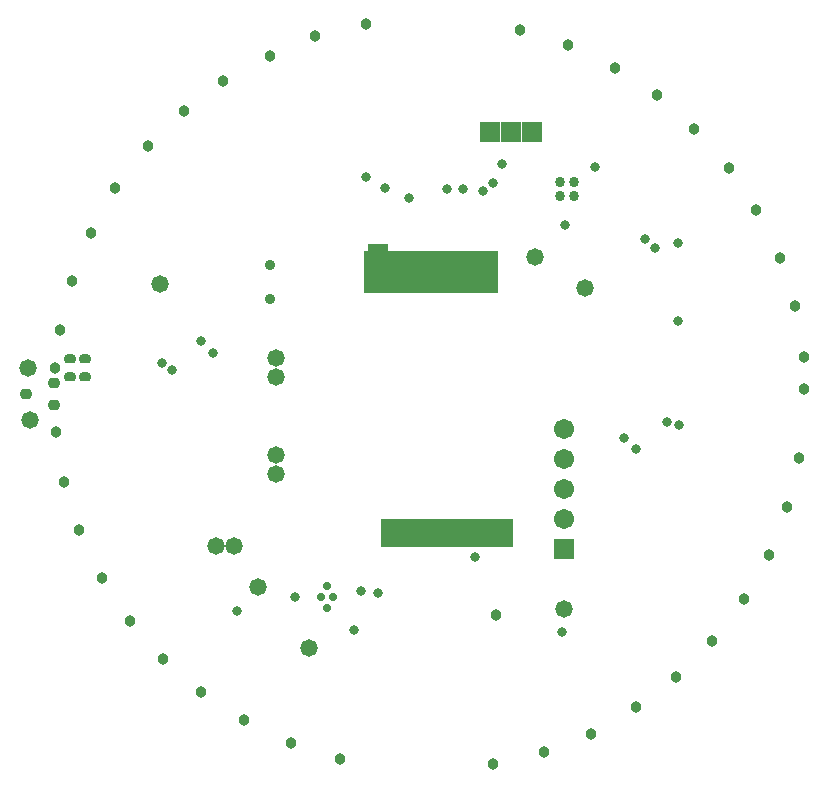
<source format=gbs>
%FSLAX24Y24*%
%MOIN*%
G70*
G01*
G75*
G04 Layer_Color=16711935*
%ADD10C,0.0100*%
%ADD11R,0.0197X0.0433*%
%ADD12R,0.0433X0.0197*%
G04:AMPARAMS|DCode=13|XSize=30mil|YSize=22mil|CornerRadius=5.5mil|HoleSize=0mil|Usage=FLASHONLY|Rotation=180.000|XOffset=0mil|YOffset=0mil|HoleType=Round|Shape=RoundedRectangle|*
%AMROUNDEDRECTD13*
21,1,0.0300,0.0110,0,0,180.0*
21,1,0.0190,0.0220,0,0,180.0*
1,1,0.0110,-0.0095,0.0055*
1,1,0.0110,0.0095,0.0055*
1,1,0.0110,0.0095,-0.0055*
1,1,0.0110,-0.0095,-0.0055*
%
%ADD13ROUNDEDRECTD13*%
G04:AMPARAMS|DCode=14|XSize=55.1mil|YSize=39.4mil|CornerRadius=4.9mil|HoleSize=0mil|Usage=FLASHONLY|Rotation=180.000|XOffset=0mil|YOffset=0mil|HoleType=Round|Shape=RoundedRectangle|*
%AMROUNDEDRECTD14*
21,1,0.0551,0.0295,0,0,180.0*
21,1,0.0453,0.0394,0,0,180.0*
1,1,0.0098,-0.0226,0.0148*
1,1,0.0098,0.0226,0.0148*
1,1,0.0098,0.0226,-0.0148*
1,1,0.0098,-0.0226,-0.0148*
%
%ADD14ROUNDEDRECTD14*%
G04:AMPARAMS|DCode=15|XSize=50mil|YSize=24mil|CornerRadius=6mil|HoleSize=0mil|Usage=FLASHONLY|Rotation=180.000|XOffset=0mil|YOffset=0mil|HoleType=Round|Shape=RoundedRectangle|*
%AMROUNDEDRECTD15*
21,1,0.0500,0.0120,0,0,180.0*
21,1,0.0380,0.0240,0,0,180.0*
1,1,0.0120,-0.0190,0.0060*
1,1,0.0120,0.0190,0.0060*
1,1,0.0120,0.0190,-0.0060*
1,1,0.0120,-0.0190,-0.0060*
%
%ADD15ROUNDEDRECTD15*%
G04:AMPARAMS|DCode=16|XSize=30mil|YSize=22mil|CornerRadius=5.5mil|HoleSize=0mil|Usage=FLASHONLY|Rotation=135.000|XOffset=0mil|YOffset=0mil|HoleType=Round|Shape=RoundedRectangle|*
%AMROUNDEDRECTD16*
21,1,0.0300,0.0110,0,0,135.0*
21,1,0.0190,0.0220,0,0,135.0*
1,1,0.0110,-0.0028,0.0106*
1,1,0.0110,0.0106,-0.0028*
1,1,0.0110,0.0028,-0.0106*
1,1,0.0110,-0.0106,0.0028*
%
%ADD16ROUNDEDRECTD16*%
%ADD17R,0.1102X0.1102*%
%ADD18O,0.0098X0.0354*%
%ADD19O,0.0354X0.0098*%
G04:AMPARAMS|DCode=20|XSize=40mil|YSize=40mil|CornerRadius=10mil|HoleSize=0mil|Usage=FLASHONLY|Rotation=135.000|XOffset=0mil|YOffset=0mil|HoleType=Round|Shape=RoundedRectangle|*
%AMROUNDEDRECTD20*
21,1,0.0400,0.0200,0,0,135.0*
21,1,0.0200,0.0400,0,0,135.0*
1,1,0.0200,0.0000,0.0141*
1,1,0.0200,0.0141,0.0000*
1,1,0.0200,0.0000,-0.0141*
1,1,0.0200,-0.0141,0.0000*
%
%ADD20ROUNDEDRECTD20*%
%ADD21P,0.1893X4X180.0*%
G04:AMPARAMS|DCode=22|XSize=9.8mil|YSize=29.5mil|CornerRadius=0mil|HoleSize=0mil|Usage=FLASHONLY|Rotation=135.000|XOffset=0mil|YOffset=0mil|HoleType=Round|Shape=Round|*
%AMOVALD22*
21,1,0.0197,0.0098,0.0000,0.0000,225.0*
1,1,0.0098,0.0070,0.0070*
1,1,0.0098,-0.0070,-0.0070*
%
%ADD22OVALD22*%

G04:AMPARAMS|DCode=23|XSize=9.8mil|YSize=29.5mil|CornerRadius=0mil|HoleSize=0mil|Usage=FLASHONLY|Rotation=225.000|XOffset=0mil|YOffset=0mil|HoleType=Round|Shape=Round|*
%AMOVALD23*
21,1,0.0197,0.0098,0.0000,0.0000,315.0*
1,1,0.0098,-0.0070,0.0070*
1,1,0.0098,0.0070,-0.0070*
%
%ADD23OVALD23*%

G04:AMPARAMS|DCode=24|XSize=35.4mil|YSize=19.7mil|CornerRadius=2.5mil|HoleSize=0mil|Usage=FLASHONLY|Rotation=170.000|XOffset=0mil|YOffset=0mil|HoleType=Round|Shape=RoundedRectangle|*
%AMROUNDEDRECTD24*
21,1,0.0354,0.0148,0,0,170.0*
21,1,0.0305,0.0197,0,0,170.0*
1,1,0.0049,-0.0137,0.0099*
1,1,0.0049,0.0163,0.0046*
1,1,0.0049,0.0137,-0.0099*
1,1,0.0049,-0.0163,-0.0046*
%
%ADD24ROUNDEDRECTD24*%
G04:AMPARAMS|DCode=25|XSize=15.7mil|YSize=19.7mil|CornerRadius=2mil|HoleSize=0mil|Usage=FLASHONLY|Rotation=170.000|XOffset=0mil|YOffset=0mil|HoleType=Round|Shape=RoundedRectangle|*
%AMROUNDEDRECTD25*
21,1,0.0157,0.0157,0,0,170.0*
21,1,0.0118,0.0197,0,0,170.0*
1,1,0.0039,-0.0044,0.0088*
1,1,0.0039,0.0072,0.0067*
1,1,0.0039,0.0044,-0.0088*
1,1,0.0039,-0.0072,-0.0067*
%
%ADD25ROUNDEDRECTD25*%
G04:AMPARAMS|DCode=26|XSize=35.4mil|YSize=19.7mil|CornerRadius=2.5mil|HoleSize=0mil|Usage=FLASHONLY|Rotation=162.000|XOffset=0mil|YOffset=0mil|HoleType=Round|Shape=RoundedRectangle|*
%AMROUNDEDRECTD26*
21,1,0.0354,0.0148,0,0,162.0*
21,1,0.0305,0.0197,0,0,162.0*
1,1,0.0049,-0.0122,0.0117*
1,1,0.0049,0.0168,0.0023*
1,1,0.0049,0.0122,-0.0117*
1,1,0.0049,-0.0168,-0.0023*
%
%ADD26ROUNDEDRECTD26*%
G04:AMPARAMS|DCode=27|XSize=15.7mil|YSize=19.7mil|CornerRadius=2mil|HoleSize=0mil|Usage=FLASHONLY|Rotation=162.000|XOffset=0mil|YOffset=0mil|HoleType=Round|Shape=RoundedRectangle|*
%AMROUNDEDRECTD27*
21,1,0.0157,0.0157,0,0,162.0*
21,1,0.0118,0.0197,0,0,162.0*
1,1,0.0039,-0.0032,0.0093*
1,1,0.0039,0.0081,0.0057*
1,1,0.0039,0.0032,-0.0093*
1,1,0.0039,-0.0081,-0.0057*
%
%ADD27ROUNDEDRECTD27*%
G04:AMPARAMS|DCode=28|XSize=35.4mil|YSize=19.7mil|CornerRadius=2.5mil|HoleSize=0mil|Usage=FLASHONLY|Rotation=154.000|XOffset=0mil|YOffset=0mil|HoleType=Round|Shape=RoundedRectangle|*
%AMROUNDEDRECTD28*
21,1,0.0354,0.0148,0,0,154.0*
21,1,0.0305,0.0197,0,0,154.0*
1,1,0.0049,-0.0105,0.0133*
1,1,0.0049,0.0169,-0.0001*
1,1,0.0049,0.0105,-0.0133*
1,1,0.0049,-0.0169,0.0001*
%
%ADD28ROUNDEDRECTD28*%
G04:AMPARAMS|DCode=29|XSize=15.7mil|YSize=19.7mil|CornerRadius=2mil|HoleSize=0mil|Usage=FLASHONLY|Rotation=154.000|XOffset=0mil|YOffset=0mil|HoleType=Round|Shape=RoundedRectangle|*
%AMROUNDEDRECTD29*
21,1,0.0157,0.0157,0,0,154.0*
21,1,0.0118,0.0197,0,0,154.0*
1,1,0.0039,-0.0019,0.0097*
1,1,0.0039,0.0088,0.0045*
1,1,0.0039,0.0019,-0.0097*
1,1,0.0039,-0.0088,-0.0045*
%
%ADD29ROUNDEDRECTD29*%
G04:AMPARAMS|DCode=30|XSize=35.4mil|YSize=19.7mil|CornerRadius=2.5mil|HoleSize=0mil|Usage=FLASHONLY|Rotation=146.000|XOffset=0mil|YOffset=0mil|HoleType=Round|Shape=RoundedRectangle|*
%AMROUNDEDRECTD30*
21,1,0.0354,0.0148,0,0,146.0*
21,1,0.0305,0.0197,0,0,146.0*
1,1,0.0049,-0.0085,0.0147*
1,1,0.0049,0.0168,-0.0024*
1,1,0.0049,0.0085,-0.0147*
1,1,0.0049,-0.0168,0.0024*
%
%ADD30ROUNDEDRECTD30*%
G04:AMPARAMS|DCode=31|XSize=15.7mil|YSize=19.7mil|CornerRadius=2mil|HoleSize=0mil|Usage=FLASHONLY|Rotation=146.000|XOffset=0mil|YOffset=0mil|HoleType=Round|Shape=RoundedRectangle|*
%AMROUNDEDRECTD31*
21,1,0.0157,0.0157,0,0,146.0*
21,1,0.0118,0.0197,0,0,146.0*
1,1,0.0039,-0.0005,0.0098*
1,1,0.0039,0.0093,0.0032*
1,1,0.0039,0.0005,-0.0098*
1,1,0.0039,-0.0093,-0.0032*
%
%ADD31ROUNDEDRECTD31*%
G04:AMPARAMS|DCode=32|XSize=35.4mil|YSize=19.7mil|CornerRadius=2.5mil|HoleSize=0mil|Usage=FLASHONLY|Rotation=138.000|XOffset=0mil|YOffset=0mil|HoleType=Round|Shape=RoundedRectangle|*
%AMROUNDEDRECTD32*
21,1,0.0354,0.0148,0,0,138.0*
21,1,0.0305,0.0197,0,0,138.0*
1,1,0.0049,-0.0064,0.0157*
1,1,0.0049,0.0163,-0.0047*
1,1,0.0049,0.0064,-0.0157*
1,1,0.0049,-0.0163,0.0047*
%
%ADD32ROUNDEDRECTD32*%
G04:AMPARAMS|DCode=33|XSize=15.7mil|YSize=19.7mil|CornerRadius=2mil|HoleSize=0mil|Usage=FLASHONLY|Rotation=138.000|XOffset=0mil|YOffset=0mil|HoleType=Round|Shape=RoundedRectangle|*
%AMROUNDEDRECTD33*
21,1,0.0157,0.0157,0,0,138.0*
21,1,0.0118,0.0197,0,0,138.0*
1,1,0.0039,0.0009,0.0098*
1,1,0.0039,0.0097,0.0019*
1,1,0.0039,-0.0009,-0.0098*
1,1,0.0039,-0.0097,-0.0019*
%
%ADD33ROUNDEDRECTD33*%
G04:AMPARAMS|DCode=34|XSize=35.4mil|YSize=19.7mil|CornerRadius=2.5mil|HoleSize=0mil|Usage=FLASHONLY|Rotation=130.000|XOffset=0mil|YOffset=0mil|HoleType=Round|Shape=RoundedRectangle|*
%AMROUNDEDRECTD34*
21,1,0.0354,0.0148,0,0,130.0*
21,1,0.0305,0.0197,0,0,130.0*
1,1,0.0049,-0.0042,0.0164*
1,1,0.0049,0.0155,-0.0069*
1,1,0.0049,0.0042,-0.0164*
1,1,0.0049,-0.0155,0.0069*
%
%ADD34ROUNDEDRECTD34*%
G04:AMPARAMS|DCode=35|XSize=15.7mil|YSize=19.7mil|CornerRadius=2mil|HoleSize=0mil|Usage=FLASHONLY|Rotation=130.000|XOffset=0mil|YOffset=0mil|HoleType=Round|Shape=RoundedRectangle|*
%AMROUNDEDRECTD35*
21,1,0.0157,0.0157,0,0,130.0*
21,1,0.0118,0.0197,0,0,130.0*
1,1,0.0039,0.0022,0.0096*
1,1,0.0039,0.0098,0.0005*
1,1,0.0039,-0.0022,-0.0096*
1,1,0.0039,-0.0098,-0.0005*
%
%ADD35ROUNDEDRECTD35*%
G04:AMPARAMS|DCode=36|XSize=35.4mil|YSize=19.7mil|CornerRadius=2.5mil|HoleSize=0mil|Usage=FLASHONLY|Rotation=122.000|XOffset=0mil|YOffset=0mil|HoleType=Round|Shape=RoundedRectangle|*
%AMROUNDEDRECTD36*
21,1,0.0354,0.0148,0,0,122.0*
21,1,0.0305,0.0197,0,0,122.0*
1,1,0.0049,-0.0018,0.0169*
1,1,0.0049,0.0143,-0.0090*
1,1,0.0049,0.0018,-0.0169*
1,1,0.0049,-0.0143,0.0090*
%
%ADD36ROUNDEDRECTD36*%
G04:AMPARAMS|DCode=37|XSize=15.7mil|YSize=19.7mil|CornerRadius=2mil|HoleSize=0mil|Usage=FLASHONLY|Rotation=122.000|XOffset=0mil|YOffset=0mil|HoleType=Round|Shape=RoundedRectangle|*
%AMROUNDEDRECTD37*
21,1,0.0157,0.0157,0,0,122.0*
21,1,0.0118,0.0197,0,0,122.0*
1,1,0.0039,0.0035,0.0092*
1,1,0.0039,0.0098,-0.0008*
1,1,0.0039,-0.0035,-0.0092*
1,1,0.0039,-0.0098,0.0008*
%
%ADD37ROUNDEDRECTD37*%
G04:AMPARAMS|DCode=38|XSize=35.4mil|YSize=19.7mil|CornerRadius=2.5mil|HoleSize=0mil|Usage=FLASHONLY|Rotation=114.000|XOffset=0mil|YOffset=0mil|HoleType=Round|Shape=RoundedRectangle|*
%AMROUNDEDRECTD38*
21,1,0.0354,0.0148,0,0,114.0*
21,1,0.0305,0.0197,0,0,114.0*
1,1,0.0049,0.0005,0.0169*
1,1,0.0049,0.0129,-0.0109*
1,1,0.0049,-0.0005,-0.0169*
1,1,0.0049,-0.0129,0.0109*
%
%ADD38ROUNDEDRECTD38*%
G04:AMPARAMS|DCode=39|XSize=15.7mil|YSize=19.7mil|CornerRadius=2mil|HoleSize=0mil|Usage=FLASHONLY|Rotation=114.000|XOffset=0mil|YOffset=0mil|HoleType=Round|Shape=RoundedRectangle|*
%AMROUNDEDRECTD39*
21,1,0.0157,0.0157,0,0,114.0*
21,1,0.0118,0.0197,0,0,114.0*
1,1,0.0039,0.0048,0.0086*
1,1,0.0039,0.0096,-0.0022*
1,1,0.0039,-0.0048,-0.0086*
1,1,0.0039,-0.0096,0.0022*
%
%ADD39ROUNDEDRECTD39*%
G04:AMPARAMS|DCode=40|XSize=35.4mil|YSize=19.7mil|CornerRadius=2.5mil|HoleSize=0mil|Usage=FLASHONLY|Rotation=106.000|XOffset=0mil|YOffset=0mil|HoleType=Round|Shape=RoundedRectangle|*
%AMROUNDEDRECTD40*
21,1,0.0354,0.0148,0,0,106.0*
21,1,0.0305,0.0197,0,0,106.0*
1,1,0.0049,0.0029,0.0167*
1,1,0.0049,0.0113,-0.0126*
1,1,0.0049,-0.0029,-0.0167*
1,1,0.0049,-0.0113,0.0126*
%
%ADD40ROUNDEDRECTD40*%
G04:AMPARAMS|DCode=41|XSize=15.7mil|YSize=19.7mil|CornerRadius=2mil|HoleSize=0mil|Usage=FLASHONLY|Rotation=106.000|XOffset=0mil|YOffset=0mil|HoleType=Round|Shape=RoundedRectangle|*
%AMROUNDEDRECTD41*
21,1,0.0157,0.0157,0,0,106.0*
21,1,0.0118,0.0197,0,0,106.0*
1,1,0.0039,0.0059,0.0078*
1,1,0.0039,0.0092,-0.0035*
1,1,0.0039,-0.0059,-0.0078*
1,1,0.0039,-0.0092,0.0035*
%
%ADD41ROUNDEDRECTD41*%
G04:AMPARAMS|DCode=42|XSize=35.4mil|YSize=19.7mil|CornerRadius=2.5mil|HoleSize=0mil|Usage=FLASHONLY|Rotation=98.000|XOffset=0mil|YOffset=0mil|HoleType=Round|Shape=RoundedRectangle|*
%AMROUNDEDRECTD42*
21,1,0.0354,0.0148,0,0,98.0*
21,1,0.0305,0.0197,0,0,98.0*
1,1,0.0049,0.0052,0.0161*
1,1,0.0049,0.0094,-0.0141*
1,1,0.0049,-0.0052,-0.0161*
1,1,0.0049,-0.0094,0.0141*
%
%ADD42ROUNDEDRECTD42*%
G04:AMPARAMS|DCode=43|XSize=15.7mil|YSize=19.7mil|CornerRadius=2mil|HoleSize=0mil|Usage=FLASHONLY|Rotation=98.000|XOffset=0mil|YOffset=0mil|HoleType=Round|Shape=RoundedRectangle|*
%AMROUNDEDRECTD43*
21,1,0.0157,0.0157,0,0,98.0*
21,1,0.0118,0.0197,0,0,98.0*
1,1,0.0039,0.0070,0.0069*
1,1,0.0039,0.0086,-0.0048*
1,1,0.0039,-0.0070,-0.0069*
1,1,0.0039,-0.0086,0.0048*
%
%ADD43ROUNDEDRECTD43*%
G04:AMPARAMS|DCode=44|XSize=35.4mil|YSize=19.7mil|CornerRadius=2.5mil|HoleSize=0mil|Usage=FLASHONLY|Rotation=10.000|XOffset=0mil|YOffset=0mil|HoleType=Round|Shape=RoundedRectangle|*
%AMROUNDEDRECTD44*
21,1,0.0354,0.0148,0,0,10.0*
21,1,0.0305,0.0197,0,0,10.0*
1,1,0.0049,0.0163,-0.0046*
1,1,0.0049,-0.0137,-0.0099*
1,1,0.0049,-0.0163,0.0046*
1,1,0.0049,0.0137,0.0099*
%
%ADD44ROUNDEDRECTD44*%
G04:AMPARAMS|DCode=45|XSize=15.7mil|YSize=19.7mil|CornerRadius=2mil|HoleSize=0mil|Usage=FLASHONLY|Rotation=10.000|XOffset=0mil|YOffset=0mil|HoleType=Round|Shape=RoundedRectangle|*
%AMROUNDEDRECTD45*
21,1,0.0157,0.0157,0,0,10.0*
21,1,0.0118,0.0197,0,0,10.0*
1,1,0.0039,0.0072,-0.0067*
1,1,0.0039,-0.0044,-0.0088*
1,1,0.0039,-0.0072,0.0067*
1,1,0.0039,0.0044,0.0088*
%
%ADD45ROUNDEDRECTD45*%
G04:AMPARAMS|DCode=46|XSize=35.4mil|YSize=19.7mil|CornerRadius=2.5mil|HoleSize=0mil|Usage=FLASHONLY|Rotation=18.000|XOffset=0mil|YOffset=0mil|HoleType=Round|Shape=RoundedRectangle|*
%AMROUNDEDRECTD46*
21,1,0.0354,0.0148,0,0,18.0*
21,1,0.0305,0.0197,0,0,18.0*
1,1,0.0049,0.0168,-0.0023*
1,1,0.0049,-0.0122,-0.0117*
1,1,0.0049,-0.0168,0.0023*
1,1,0.0049,0.0122,0.0117*
%
%ADD46ROUNDEDRECTD46*%
G04:AMPARAMS|DCode=47|XSize=15.7mil|YSize=19.7mil|CornerRadius=2mil|HoleSize=0mil|Usage=FLASHONLY|Rotation=18.000|XOffset=0mil|YOffset=0mil|HoleType=Round|Shape=RoundedRectangle|*
%AMROUNDEDRECTD47*
21,1,0.0157,0.0157,0,0,18.0*
21,1,0.0118,0.0197,0,0,18.0*
1,1,0.0039,0.0081,-0.0057*
1,1,0.0039,-0.0032,-0.0093*
1,1,0.0039,-0.0081,0.0057*
1,1,0.0039,0.0032,0.0093*
%
%ADD47ROUNDEDRECTD47*%
G04:AMPARAMS|DCode=48|XSize=35.4mil|YSize=19.7mil|CornerRadius=2.5mil|HoleSize=0mil|Usage=FLASHONLY|Rotation=26.000|XOffset=0mil|YOffset=0mil|HoleType=Round|Shape=RoundedRectangle|*
%AMROUNDEDRECTD48*
21,1,0.0354,0.0148,0,0,26.0*
21,1,0.0305,0.0197,0,0,26.0*
1,1,0.0049,0.0169,0.0001*
1,1,0.0049,-0.0105,-0.0133*
1,1,0.0049,-0.0169,-0.0001*
1,1,0.0049,0.0105,0.0133*
%
%ADD48ROUNDEDRECTD48*%
G04:AMPARAMS|DCode=49|XSize=15.7mil|YSize=19.7mil|CornerRadius=2mil|HoleSize=0mil|Usage=FLASHONLY|Rotation=26.000|XOffset=0mil|YOffset=0mil|HoleType=Round|Shape=RoundedRectangle|*
%AMROUNDEDRECTD49*
21,1,0.0157,0.0157,0,0,26.0*
21,1,0.0118,0.0197,0,0,26.0*
1,1,0.0039,0.0088,-0.0045*
1,1,0.0039,-0.0019,-0.0097*
1,1,0.0039,-0.0088,0.0045*
1,1,0.0039,0.0019,0.0097*
%
%ADD49ROUNDEDRECTD49*%
G04:AMPARAMS|DCode=50|XSize=35.4mil|YSize=19.7mil|CornerRadius=2.5mil|HoleSize=0mil|Usage=FLASHONLY|Rotation=34.000|XOffset=0mil|YOffset=0mil|HoleType=Round|Shape=RoundedRectangle|*
%AMROUNDEDRECTD50*
21,1,0.0354,0.0148,0,0,34.0*
21,1,0.0305,0.0197,0,0,34.0*
1,1,0.0049,0.0168,0.0024*
1,1,0.0049,-0.0085,-0.0147*
1,1,0.0049,-0.0168,-0.0024*
1,1,0.0049,0.0085,0.0147*
%
%ADD50ROUNDEDRECTD50*%
G04:AMPARAMS|DCode=51|XSize=15.7mil|YSize=19.7mil|CornerRadius=2mil|HoleSize=0mil|Usage=FLASHONLY|Rotation=34.000|XOffset=0mil|YOffset=0mil|HoleType=Round|Shape=RoundedRectangle|*
%AMROUNDEDRECTD51*
21,1,0.0157,0.0157,0,0,34.0*
21,1,0.0118,0.0197,0,0,34.0*
1,1,0.0039,0.0093,-0.0032*
1,1,0.0039,-0.0005,-0.0098*
1,1,0.0039,-0.0093,0.0032*
1,1,0.0039,0.0005,0.0098*
%
%ADD51ROUNDEDRECTD51*%
G04:AMPARAMS|DCode=52|XSize=35.4mil|YSize=19.7mil|CornerRadius=2.5mil|HoleSize=0mil|Usage=FLASHONLY|Rotation=42.000|XOffset=0mil|YOffset=0mil|HoleType=Round|Shape=RoundedRectangle|*
%AMROUNDEDRECTD52*
21,1,0.0354,0.0148,0,0,42.0*
21,1,0.0305,0.0197,0,0,42.0*
1,1,0.0049,0.0163,0.0047*
1,1,0.0049,-0.0064,-0.0157*
1,1,0.0049,-0.0163,-0.0047*
1,1,0.0049,0.0064,0.0157*
%
%ADD52ROUNDEDRECTD52*%
G04:AMPARAMS|DCode=53|XSize=15.7mil|YSize=19.7mil|CornerRadius=2mil|HoleSize=0mil|Usage=FLASHONLY|Rotation=42.000|XOffset=0mil|YOffset=0mil|HoleType=Round|Shape=RoundedRectangle|*
%AMROUNDEDRECTD53*
21,1,0.0157,0.0157,0,0,42.0*
21,1,0.0118,0.0197,0,0,42.0*
1,1,0.0039,0.0097,-0.0019*
1,1,0.0039,0.0009,-0.0098*
1,1,0.0039,-0.0097,0.0019*
1,1,0.0039,-0.0009,0.0098*
%
%ADD53ROUNDEDRECTD53*%
G04:AMPARAMS|DCode=54|XSize=35.4mil|YSize=19.7mil|CornerRadius=2.5mil|HoleSize=0mil|Usage=FLASHONLY|Rotation=50.000|XOffset=0mil|YOffset=0mil|HoleType=Round|Shape=RoundedRectangle|*
%AMROUNDEDRECTD54*
21,1,0.0354,0.0148,0,0,50.0*
21,1,0.0305,0.0197,0,0,50.0*
1,1,0.0049,0.0155,0.0069*
1,1,0.0049,-0.0042,-0.0164*
1,1,0.0049,-0.0155,-0.0069*
1,1,0.0049,0.0042,0.0164*
%
%ADD54ROUNDEDRECTD54*%
G04:AMPARAMS|DCode=55|XSize=15.7mil|YSize=19.7mil|CornerRadius=2mil|HoleSize=0mil|Usage=FLASHONLY|Rotation=50.000|XOffset=0mil|YOffset=0mil|HoleType=Round|Shape=RoundedRectangle|*
%AMROUNDEDRECTD55*
21,1,0.0157,0.0157,0,0,50.0*
21,1,0.0118,0.0197,0,0,50.0*
1,1,0.0039,0.0098,-0.0005*
1,1,0.0039,0.0022,-0.0096*
1,1,0.0039,-0.0098,0.0005*
1,1,0.0039,-0.0022,0.0096*
%
%ADD55ROUNDEDRECTD55*%
G04:AMPARAMS|DCode=56|XSize=35.4mil|YSize=19.7mil|CornerRadius=2.5mil|HoleSize=0mil|Usage=FLASHONLY|Rotation=58.000|XOffset=0mil|YOffset=0mil|HoleType=Round|Shape=RoundedRectangle|*
%AMROUNDEDRECTD56*
21,1,0.0354,0.0148,0,0,58.0*
21,1,0.0305,0.0197,0,0,58.0*
1,1,0.0049,0.0143,0.0090*
1,1,0.0049,-0.0018,-0.0169*
1,1,0.0049,-0.0143,-0.0090*
1,1,0.0049,0.0018,0.0169*
%
%ADD56ROUNDEDRECTD56*%
G04:AMPARAMS|DCode=57|XSize=15.7mil|YSize=19.7mil|CornerRadius=2mil|HoleSize=0mil|Usage=FLASHONLY|Rotation=58.000|XOffset=0mil|YOffset=0mil|HoleType=Round|Shape=RoundedRectangle|*
%AMROUNDEDRECTD57*
21,1,0.0157,0.0157,0,0,58.0*
21,1,0.0118,0.0197,0,0,58.0*
1,1,0.0039,0.0098,0.0008*
1,1,0.0039,0.0035,-0.0092*
1,1,0.0039,-0.0098,-0.0008*
1,1,0.0039,-0.0035,0.0092*
%
%ADD57ROUNDEDRECTD57*%
G04:AMPARAMS|DCode=58|XSize=35.4mil|YSize=19.7mil|CornerRadius=2.5mil|HoleSize=0mil|Usage=FLASHONLY|Rotation=66.000|XOffset=0mil|YOffset=0mil|HoleType=Round|Shape=RoundedRectangle|*
%AMROUNDEDRECTD58*
21,1,0.0354,0.0148,0,0,66.0*
21,1,0.0305,0.0197,0,0,66.0*
1,1,0.0049,0.0129,0.0109*
1,1,0.0049,0.0005,-0.0169*
1,1,0.0049,-0.0129,-0.0109*
1,1,0.0049,-0.0005,0.0169*
%
%ADD58ROUNDEDRECTD58*%
G04:AMPARAMS|DCode=59|XSize=15.7mil|YSize=19.7mil|CornerRadius=2mil|HoleSize=0mil|Usage=FLASHONLY|Rotation=66.000|XOffset=0mil|YOffset=0mil|HoleType=Round|Shape=RoundedRectangle|*
%AMROUNDEDRECTD59*
21,1,0.0157,0.0157,0,0,66.0*
21,1,0.0118,0.0197,0,0,66.0*
1,1,0.0039,0.0096,0.0022*
1,1,0.0039,0.0048,-0.0086*
1,1,0.0039,-0.0096,-0.0022*
1,1,0.0039,-0.0048,0.0086*
%
%ADD59ROUNDEDRECTD59*%
G04:AMPARAMS|DCode=60|XSize=35.4mil|YSize=19.7mil|CornerRadius=2.5mil|HoleSize=0mil|Usage=FLASHONLY|Rotation=74.000|XOffset=0mil|YOffset=0mil|HoleType=Round|Shape=RoundedRectangle|*
%AMROUNDEDRECTD60*
21,1,0.0354,0.0148,0,0,74.0*
21,1,0.0305,0.0197,0,0,74.0*
1,1,0.0049,0.0113,0.0126*
1,1,0.0049,0.0029,-0.0167*
1,1,0.0049,-0.0113,-0.0126*
1,1,0.0049,-0.0029,0.0167*
%
%ADD60ROUNDEDRECTD60*%
G04:AMPARAMS|DCode=61|XSize=15.7mil|YSize=19.7mil|CornerRadius=2mil|HoleSize=0mil|Usage=FLASHONLY|Rotation=74.000|XOffset=0mil|YOffset=0mil|HoleType=Round|Shape=RoundedRectangle|*
%AMROUNDEDRECTD61*
21,1,0.0157,0.0157,0,0,74.0*
21,1,0.0118,0.0197,0,0,74.0*
1,1,0.0039,0.0092,0.0035*
1,1,0.0039,0.0059,-0.0078*
1,1,0.0039,-0.0092,-0.0035*
1,1,0.0039,-0.0059,0.0078*
%
%ADD61ROUNDEDRECTD61*%
G04:AMPARAMS|DCode=62|XSize=35.4mil|YSize=19.7mil|CornerRadius=2.5mil|HoleSize=0mil|Usage=FLASHONLY|Rotation=82.000|XOffset=0mil|YOffset=0mil|HoleType=Round|Shape=RoundedRectangle|*
%AMROUNDEDRECTD62*
21,1,0.0354,0.0148,0,0,82.0*
21,1,0.0305,0.0197,0,0,82.0*
1,1,0.0049,0.0094,0.0141*
1,1,0.0049,0.0052,-0.0161*
1,1,0.0049,-0.0094,-0.0141*
1,1,0.0049,-0.0052,0.0161*
%
%ADD62ROUNDEDRECTD62*%
G04:AMPARAMS|DCode=63|XSize=15.7mil|YSize=19.7mil|CornerRadius=2mil|HoleSize=0mil|Usage=FLASHONLY|Rotation=82.000|XOffset=0mil|YOffset=0mil|HoleType=Round|Shape=RoundedRectangle|*
%AMROUNDEDRECTD63*
21,1,0.0157,0.0157,0,0,82.0*
21,1,0.0118,0.0197,0,0,82.0*
1,1,0.0039,0.0086,0.0048*
1,1,0.0039,0.0070,-0.0069*
1,1,0.0039,-0.0086,-0.0048*
1,1,0.0039,-0.0070,0.0069*
%
%ADD63ROUNDEDRECTD63*%
G04:AMPARAMS|DCode=64|XSize=35.4mil|YSize=19.7mil|CornerRadius=2.5mil|HoleSize=0mil|Usage=FLASHONLY|Rotation=90.000|XOffset=0mil|YOffset=0mil|HoleType=Round|Shape=RoundedRectangle|*
%AMROUNDEDRECTD64*
21,1,0.0354,0.0148,0,0,90.0*
21,1,0.0305,0.0197,0,0,90.0*
1,1,0.0049,0.0074,0.0153*
1,1,0.0049,0.0074,-0.0153*
1,1,0.0049,-0.0074,-0.0153*
1,1,0.0049,-0.0074,0.0153*
%
%ADD64ROUNDEDRECTD64*%
G04:AMPARAMS|DCode=65|XSize=15.7mil|YSize=19.7mil|CornerRadius=2mil|HoleSize=0mil|Usage=FLASHONLY|Rotation=90.000|XOffset=0mil|YOffset=0mil|HoleType=Round|Shape=RoundedRectangle|*
%AMROUNDEDRECTD65*
21,1,0.0157,0.0157,0,0,90.0*
21,1,0.0118,0.0197,0,0,90.0*
1,1,0.0039,0.0079,0.0059*
1,1,0.0039,0.0079,-0.0059*
1,1,0.0039,-0.0079,-0.0059*
1,1,0.0039,-0.0079,0.0059*
%
%ADD65ROUNDEDRECTD65*%
%ADD66R,0.0886X0.0472*%
%ADD67R,0.0433X0.1063*%
%ADD68R,0.0138X0.0236*%
%ADD69R,0.0453X0.0236*%
G04:AMPARAMS|DCode=70|XSize=30mil|YSize=22mil|CornerRadius=5.5mil|HoleSize=0mil|Usage=FLASHONLY|Rotation=225.000|XOffset=0mil|YOffset=0mil|HoleType=Round|Shape=RoundedRectangle|*
%AMROUNDEDRECTD70*
21,1,0.0300,0.0110,0,0,225.0*
21,1,0.0190,0.0220,0,0,225.0*
1,1,0.0110,-0.0106,-0.0028*
1,1,0.0110,0.0028,0.0106*
1,1,0.0110,0.0106,0.0028*
1,1,0.0110,-0.0028,-0.0106*
%
%ADD70ROUNDEDRECTD70*%
%ADD71R,0.0256X0.0118*%
%ADD72R,0.0689X0.0984*%
%ADD73R,0.0118X0.0256*%
G04:AMPARAMS|DCode=74|XSize=30mil|YSize=22mil|CornerRadius=5.5mil|HoleSize=0mil|Usage=FLASHONLY|Rotation=270.000|XOffset=0mil|YOffset=0mil|HoleType=Round|Shape=RoundedRectangle|*
%AMROUNDEDRECTD74*
21,1,0.0300,0.0110,0,0,270.0*
21,1,0.0190,0.0220,0,0,270.0*
1,1,0.0110,-0.0055,-0.0095*
1,1,0.0110,-0.0055,0.0095*
1,1,0.0110,0.0055,0.0095*
1,1,0.0110,0.0055,-0.0095*
%
%ADD74ROUNDEDRECTD74*%
%ADD75C,0.0200*%
%ADD76C,0.0080*%
%ADD77R,0.4350X0.1000*%
%ADD78R,0.4400X0.1650*%
%ADD79C,0.0276*%
%ADD80R,0.0591X0.0591*%
%ADD81R,0.0591X0.0591*%
%ADD82C,0.0591*%
%ADD83C,0.0250*%
%ADD84C,0.0260*%
%ADD85C,0.0157*%
%ADD86C,0.0300*%
%ADD87C,0.0500*%
%ADD88C,0.0197*%
%ADD89P,0.0341X8X157.5*%
G04:AMPARAMS|DCode=90|XSize=133.9mil|YSize=141.7mil|CornerRadius=0.7mil|HoleSize=0mil|Usage=FLASHONLY|Rotation=135.000|XOffset=0mil|YOffset=0mil|HoleType=Round|Shape=RoundedRectangle|*
%AMROUNDEDRECTD90*
21,1,0.1339,0.1404,0,0,135.0*
21,1,0.1325,0.1417,0,0,135.0*
1,1,0.0013,0.0028,0.0965*
1,1,0.0013,0.0965,0.0028*
1,1,0.0013,-0.0028,-0.0965*
1,1,0.0013,-0.0965,-0.0028*
%
%ADD90ROUNDEDRECTD90*%
G04:AMPARAMS|DCode=91|XSize=133.9mil|YSize=141.7mil|CornerRadius=0.7mil|HoleSize=0mil|Usage=FLASHONLY|Rotation=225.000|XOffset=0mil|YOffset=0mil|HoleType=Round|Shape=RoundedRectangle|*
%AMROUNDEDRECTD91*
21,1,0.1339,0.1404,0,0,225.0*
21,1,0.1325,0.1417,0,0,225.0*
1,1,0.0013,-0.0965,0.0028*
1,1,0.0013,-0.0028,0.0965*
1,1,0.0013,0.0965,-0.0028*
1,1,0.0013,0.0028,-0.0965*
%
%ADD91ROUNDEDRECTD91*%
G04:AMPARAMS|DCode=92|XSize=24mil|YSize=30mil|CornerRadius=6mil|HoleSize=0mil|Usage=FLASHONLY|Rotation=270.000|XOffset=0mil|YOffset=0mil|HoleType=Round|Shape=RoundedRectangle|*
%AMROUNDEDRECTD92*
21,1,0.0240,0.0180,0,0,270.0*
21,1,0.0120,0.0300,0,0,270.0*
1,1,0.0120,-0.0090,-0.0060*
1,1,0.0120,-0.0090,0.0060*
1,1,0.0120,0.0090,0.0060*
1,1,0.0120,0.0090,-0.0060*
%
%ADD92ROUNDEDRECTD92*%
%ADD93R,0.4350X0.0950*%
%ADD94C,0.0098*%
%ADD95C,0.0039*%
%ADD96C,0.0079*%
%ADD97C,0.0010*%
%ADD98C,0.0050*%
%ADD99C,0.0138*%
%ADD100P,0.0000X4X180.0*%
%ADD101C,0.0157*%
G04:AMPARAMS|DCode=102|XSize=23.6mil|YSize=141.7mil|CornerRadius=0mil|HoleSize=0mil|Usage=FLASHONLY|Rotation=135.000|XOffset=0mil|YOffset=0mil|HoleType=Round|Shape=Rectangle|*
%AMROTATEDRECTD102*
4,1,4,0.0585,0.0418,-0.0418,-0.0585,-0.0585,-0.0418,0.0418,0.0585,0.0585,0.0418,0.0*
%
%ADD102ROTATEDRECTD102*%

G04:AMPARAMS|DCode=103|XSize=23.6mil|YSize=141.7mil|CornerRadius=0mil|HoleSize=0mil|Usage=FLASHONLY|Rotation=45.000|XOffset=0mil|YOffset=0mil|HoleType=Round|Shape=Rectangle|*
%AMROTATEDRECTD103*
4,1,4,0.0418,-0.0585,-0.0585,0.0418,-0.0418,0.0585,0.0585,-0.0418,0.0418,-0.0585,0.0*
%
%ADD103ROTATEDRECTD103*%

%ADD104R,0.4400X0.0950*%
%ADD105R,0.4450X0.1400*%
%ADD106R,0.0277X0.0513*%
%ADD107R,0.0513X0.0277*%
G04:AMPARAMS|DCode=108|XSize=38mil|YSize=30mil|CornerRadius=9.5mil|HoleSize=0mil|Usage=FLASHONLY|Rotation=180.000|XOffset=0mil|YOffset=0mil|HoleType=Round|Shape=RoundedRectangle|*
%AMROUNDEDRECTD108*
21,1,0.0380,0.0110,0,0,180.0*
21,1,0.0190,0.0300,0,0,180.0*
1,1,0.0190,-0.0095,0.0055*
1,1,0.0190,0.0095,0.0055*
1,1,0.0190,0.0095,-0.0055*
1,1,0.0190,-0.0095,-0.0055*
%
%ADD108ROUNDEDRECTD108*%
G04:AMPARAMS|DCode=109|XSize=63.1mil|YSize=47.4mil|CornerRadius=8.9mil|HoleSize=0mil|Usage=FLASHONLY|Rotation=180.000|XOffset=0mil|YOffset=0mil|HoleType=Round|Shape=RoundedRectangle|*
%AMROUNDEDRECTD109*
21,1,0.0631,0.0295,0,0,180.0*
21,1,0.0453,0.0474,0,0,180.0*
1,1,0.0178,-0.0226,0.0148*
1,1,0.0178,0.0226,0.0148*
1,1,0.0178,0.0226,-0.0148*
1,1,0.0178,-0.0226,-0.0148*
%
%ADD109ROUNDEDRECTD109*%
G04:AMPARAMS|DCode=110|XSize=58mil|YSize=32mil|CornerRadius=10mil|HoleSize=0mil|Usage=FLASHONLY|Rotation=180.000|XOffset=0mil|YOffset=0mil|HoleType=Round|Shape=RoundedRectangle|*
%AMROUNDEDRECTD110*
21,1,0.0580,0.0120,0,0,180.0*
21,1,0.0380,0.0320,0,0,180.0*
1,1,0.0200,-0.0190,0.0060*
1,1,0.0200,0.0190,0.0060*
1,1,0.0200,0.0190,-0.0060*
1,1,0.0200,-0.0190,-0.0060*
%
%ADD110ROUNDEDRECTD110*%
G04:AMPARAMS|DCode=111|XSize=38mil|YSize=30mil|CornerRadius=9.5mil|HoleSize=0mil|Usage=FLASHONLY|Rotation=135.000|XOffset=0mil|YOffset=0mil|HoleType=Round|Shape=RoundedRectangle|*
%AMROUNDEDRECTD111*
21,1,0.0380,0.0110,0,0,135.0*
21,1,0.0190,0.0300,0,0,135.0*
1,1,0.0190,-0.0028,0.0106*
1,1,0.0190,0.0106,-0.0028*
1,1,0.0190,0.0028,-0.0106*
1,1,0.0190,-0.0106,0.0028*
%
%ADD111ROUNDEDRECTD111*%
%ADD112R,0.1182X0.1182*%
%ADD113O,0.0178X0.0434*%
%ADD114O,0.0434X0.0178*%
G04:AMPARAMS|DCode=115|XSize=48mil|YSize=48mil|CornerRadius=14mil|HoleSize=0mil|Usage=FLASHONLY|Rotation=135.000|XOffset=0mil|YOffset=0mil|HoleType=Round|Shape=RoundedRectangle|*
%AMROUNDEDRECTD115*
21,1,0.0480,0.0200,0,0,135.0*
21,1,0.0200,0.0480,0,0,135.0*
1,1,0.0280,0.0000,0.0141*
1,1,0.0280,0.0141,0.0000*
1,1,0.0280,0.0000,-0.0141*
1,1,0.0280,-0.0141,0.0000*
%
%ADD115ROUNDEDRECTD115*%
G04:AMPARAMS|DCode=116|XSize=15.7mil|YSize=35.4mil|CornerRadius=0mil|HoleSize=0mil|Usage=FLASHONLY|Rotation=135.000|XOffset=0mil|YOffset=0mil|HoleType=Round|Shape=Round|*
%AMOVALD116*
21,1,0.0197,0.0157,0.0000,0.0000,225.0*
1,1,0.0157,0.0070,0.0070*
1,1,0.0157,-0.0070,-0.0070*
%
%ADD116OVALD116*%

G04:AMPARAMS|DCode=117|XSize=15.7mil|YSize=35.4mil|CornerRadius=0mil|HoleSize=0mil|Usage=FLASHONLY|Rotation=225.000|XOffset=0mil|YOffset=0mil|HoleType=Round|Shape=Round|*
%AMOVALD117*
21,1,0.0197,0.0157,0.0000,0.0000,315.0*
1,1,0.0157,-0.0070,0.0070*
1,1,0.0157,0.0070,-0.0070*
%
%ADD117OVALD117*%

G04:AMPARAMS|DCode=118|XSize=43.4mil|YSize=27.7mil|CornerRadius=6.5mil|HoleSize=0mil|Usage=FLASHONLY|Rotation=170.000|XOffset=0mil|YOffset=0mil|HoleType=Round|Shape=RoundedRectangle|*
%AMROUNDEDRECTD118*
21,1,0.0434,0.0148,0,0,170.0*
21,1,0.0305,0.0277,0,0,170.0*
1,1,0.0129,-0.0137,0.0099*
1,1,0.0129,0.0163,0.0046*
1,1,0.0129,0.0137,-0.0099*
1,1,0.0129,-0.0163,-0.0046*
%
%ADD118ROUNDEDRECTD118*%
G04:AMPARAMS|DCode=119|XSize=23.7mil|YSize=27.7mil|CornerRadius=6mil|HoleSize=0mil|Usage=FLASHONLY|Rotation=170.000|XOffset=0mil|YOffset=0mil|HoleType=Round|Shape=RoundedRectangle|*
%AMROUNDEDRECTD119*
21,1,0.0237,0.0157,0,0,170.0*
21,1,0.0118,0.0277,0,0,170.0*
1,1,0.0119,-0.0044,0.0088*
1,1,0.0119,0.0072,0.0067*
1,1,0.0119,0.0044,-0.0088*
1,1,0.0119,-0.0072,-0.0067*
%
%ADD119ROUNDEDRECTD119*%
G04:AMPARAMS|DCode=120|XSize=43.4mil|YSize=27.7mil|CornerRadius=6.5mil|HoleSize=0mil|Usage=FLASHONLY|Rotation=162.000|XOffset=0mil|YOffset=0mil|HoleType=Round|Shape=RoundedRectangle|*
%AMROUNDEDRECTD120*
21,1,0.0434,0.0148,0,0,162.0*
21,1,0.0305,0.0277,0,0,162.0*
1,1,0.0129,-0.0122,0.0117*
1,1,0.0129,0.0168,0.0023*
1,1,0.0129,0.0122,-0.0117*
1,1,0.0129,-0.0168,-0.0023*
%
%ADD120ROUNDEDRECTD120*%
G04:AMPARAMS|DCode=121|XSize=23.7mil|YSize=27.7mil|CornerRadius=6mil|HoleSize=0mil|Usage=FLASHONLY|Rotation=162.000|XOffset=0mil|YOffset=0mil|HoleType=Round|Shape=RoundedRectangle|*
%AMROUNDEDRECTD121*
21,1,0.0237,0.0157,0,0,162.0*
21,1,0.0118,0.0277,0,0,162.0*
1,1,0.0119,-0.0032,0.0093*
1,1,0.0119,0.0081,0.0057*
1,1,0.0119,0.0032,-0.0093*
1,1,0.0119,-0.0081,-0.0057*
%
%ADD121ROUNDEDRECTD121*%
G04:AMPARAMS|DCode=122|XSize=43.4mil|YSize=27.7mil|CornerRadius=6.5mil|HoleSize=0mil|Usage=FLASHONLY|Rotation=154.000|XOffset=0mil|YOffset=0mil|HoleType=Round|Shape=RoundedRectangle|*
%AMROUNDEDRECTD122*
21,1,0.0434,0.0148,0,0,154.0*
21,1,0.0305,0.0277,0,0,154.0*
1,1,0.0129,-0.0105,0.0133*
1,1,0.0129,0.0169,-0.0001*
1,1,0.0129,0.0105,-0.0133*
1,1,0.0129,-0.0169,0.0001*
%
%ADD122ROUNDEDRECTD122*%
G04:AMPARAMS|DCode=123|XSize=23.7mil|YSize=27.7mil|CornerRadius=6mil|HoleSize=0mil|Usage=FLASHONLY|Rotation=154.000|XOffset=0mil|YOffset=0mil|HoleType=Round|Shape=RoundedRectangle|*
%AMROUNDEDRECTD123*
21,1,0.0237,0.0157,0,0,154.0*
21,1,0.0118,0.0277,0,0,154.0*
1,1,0.0119,-0.0019,0.0097*
1,1,0.0119,0.0088,0.0045*
1,1,0.0119,0.0019,-0.0097*
1,1,0.0119,-0.0088,-0.0045*
%
%ADD123ROUNDEDRECTD123*%
G04:AMPARAMS|DCode=124|XSize=43.4mil|YSize=27.7mil|CornerRadius=6.5mil|HoleSize=0mil|Usage=FLASHONLY|Rotation=146.000|XOffset=0mil|YOffset=0mil|HoleType=Round|Shape=RoundedRectangle|*
%AMROUNDEDRECTD124*
21,1,0.0434,0.0148,0,0,146.0*
21,1,0.0305,0.0277,0,0,146.0*
1,1,0.0129,-0.0085,0.0147*
1,1,0.0129,0.0168,-0.0024*
1,1,0.0129,0.0085,-0.0147*
1,1,0.0129,-0.0168,0.0024*
%
%ADD124ROUNDEDRECTD124*%
G04:AMPARAMS|DCode=125|XSize=23.7mil|YSize=27.7mil|CornerRadius=6mil|HoleSize=0mil|Usage=FLASHONLY|Rotation=146.000|XOffset=0mil|YOffset=0mil|HoleType=Round|Shape=RoundedRectangle|*
%AMROUNDEDRECTD125*
21,1,0.0237,0.0157,0,0,146.0*
21,1,0.0118,0.0277,0,0,146.0*
1,1,0.0119,-0.0005,0.0098*
1,1,0.0119,0.0093,0.0032*
1,1,0.0119,0.0005,-0.0098*
1,1,0.0119,-0.0093,-0.0032*
%
%ADD125ROUNDEDRECTD125*%
G04:AMPARAMS|DCode=126|XSize=43.4mil|YSize=27.7mil|CornerRadius=6.5mil|HoleSize=0mil|Usage=FLASHONLY|Rotation=138.000|XOffset=0mil|YOffset=0mil|HoleType=Round|Shape=RoundedRectangle|*
%AMROUNDEDRECTD126*
21,1,0.0434,0.0148,0,0,138.0*
21,1,0.0305,0.0277,0,0,138.0*
1,1,0.0129,-0.0064,0.0157*
1,1,0.0129,0.0163,-0.0047*
1,1,0.0129,0.0064,-0.0157*
1,1,0.0129,-0.0163,0.0047*
%
%ADD126ROUNDEDRECTD126*%
G04:AMPARAMS|DCode=127|XSize=23.7mil|YSize=27.7mil|CornerRadius=6mil|HoleSize=0mil|Usage=FLASHONLY|Rotation=138.000|XOffset=0mil|YOffset=0mil|HoleType=Round|Shape=RoundedRectangle|*
%AMROUNDEDRECTD127*
21,1,0.0237,0.0157,0,0,138.0*
21,1,0.0118,0.0277,0,0,138.0*
1,1,0.0119,0.0009,0.0098*
1,1,0.0119,0.0097,0.0019*
1,1,0.0119,-0.0009,-0.0098*
1,1,0.0119,-0.0097,-0.0019*
%
%ADD127ROUNDEDRECTD127*%
G04:AMPARAMS|DCode=128|XSize=43.4mil|YSize=27.7mil|CornerRadius=6.5mil|HoleSize=0mil|Usage=FLASHONLY|Rotation=130.000|XOffset=0mil|YOffset=0mil|HoleType=Round|Shape=RoundedRectangle|*
%AMROUNDEDRECTD128*
21,1,0.0434,0.0148,0,0,130.0*
21,1,0.0305,0.0277,0,0,130.0*
1,1,0.0129,-0.0042,0.0164*
1,1,0.0129,0.0155,-0.0069*
1,1,0.0129,0.0042,-0.0164*
1,1,0.0129,-0.0155,0.0069*
%
%ADD128ROUNDEDRECTD128*%
G04:AMPARAMS|DCode=129|XSize=23.7mil|YSize=27.7mil|CornerRadius=6mil|HoleSize=0mil|Usage=FLASHONLY|Rotation=130.000|XOffset=0mil|YOffset=0mil|HoleType=Round|Shape=RoundedRectangle|*
%AMROUNDEDRECTD129*
21,1,0.0237,0.0157,0,0,130.0*
21,1,0.0118,0.0277,0,0,130.0*
1,1,0.0119,0.0022,0.0096*
1,1,0.0119,0.0098,0.0005*
1,1,0.0119,-0.0022,-0.0096*
1,1,0.0119,-0.0098,-0.0005*
%
%ADD129ROUNDEDRECTD129*%
G04:AMPARAMS|DCode=130|XSize=43.4mil|YSize=27.7mil|CornerRadius=6.5mil|HoleSize=0mil|Usage=FLASHONLY|Rotation=122.000|XOffset=0mil|YOffset=0mil|HoleType=Round|Shape=RoundedRectangle|*
%AMROUNDEDRECTD130*
21,1,0.0434,0.0148,0,0,122.0*
21,1,0.0305,0.0277,0,0,122.0*
1,1,0.0129,-0.0018,0.0169*
1,1,0.0129,0.0143,-0.0090*
1,1,0.0129,0.0018,-0.0169*
1,1,0.0129,-0.0143,0.0090*
%
%ADD130ROUNDEDRECTD130*%
G04:AMPARAMS|DCode=131|XSize=23.7mil|YSize=27.7mil|CornerRadius=6mil|HoleSize=0mil|Usage=FLASHONLY|Rotation=122.000|XOffset=0mil|YOffset=0mil|HoleType=Round|Shape=RoundedRectangle|*
%AMROUNDEDRECTD131*
21,1,0.0237,0.0157,0,0,122.0*
21,1,0.0118,0.0277,0,0,122.0*
1,1,0.0119,0.0035,0.0092*
1,1,0.0119,0.0098,-0.0008*
1,1,0.0119,-0.0035,-0.0092*
1,1,0.0119,-0.0098,0.0008*
%
%ADD131ROUNDEDRECTD131*%
G04:AMPARAMS|DCode=132|XSize=43.4mil|YSize=27.7mil|CornerRadius=6.5mil|HoleSize=0mil|Usage=FLASHONLY|Rotation=114.000|XOffset=0mil|YOffset=0mil|HoleType=Round|Shape=RoundedRectangle|*
%AMROUNDEDRECTD132*
21,1,0.0434,0.0148,0,0,114.0*
21,1,0.0305,0.0277,0,0,114.0*
1,1,0.0129,0.0005,0.0169*
1,1,0.0129,0.0129,-0.0109*
1,1,0.0129,-0.0005,-0.0169*
1,1,0.0129,-0.0129,0.0109*
%
%ADD132ROUNDEDRECTD132*%
G04:AMPARAMS|DCode=133|XSize=23.7mil|YSize=27.7mil|CornerRadius=6mil|HoleSize=0mil|Usage=FLASHONLY|Rotation=114.000|XOffset=0mil|YOffset=0mil|HoleType=Round|Shape=RoundedRectangle|*
%AMROUNDEDRECTD133*
21,1,0.0237,0.0157,0,0,114.0*
21,1,0.0118,0.0277,0,0,114.0*
1,1,0.0119,0.0048,0.0086*
1,1,0.0119,0.0096,-0.0022*
1,1,0.0119,-0.0048,-0.0086*
1,1,0.0119,-0.0096,0.0022*
%
%ADD133ROUNDEDRECTD133*%
G04:AMPARAMS|DCode=134|XSize=43.4mil|YSize=27.7mil|CornerRadius=6.5mil|HoleSize=0mil|Usage=FLASHONLY|Rotation=106.000|XOffset=0mil|YOffset=0mil|HoleType=Round|Shape=RoundedRectangle|*
%AMROUNDEDRECTD134*
21,1,0.0434,0.0148,0,0,106.0*
21,1,0.0305,0.0277,0,0,106.0*
1,1,0.0129,0.0029,0.0167*
1,1,0.0129,0.0113,-0.0126*
1,1,0.0129,-0.0029,-0.0167*
1,1,0.0129,-0.0113,0.0126*
%
%ADD134ROUNDEDRECTD134*%
G04:AMPARAMS|DCode=135|XSize=23.7mil|YSize=27.7mil|CornerRadius=6mil|HoleSize=0mil|Usage=FLASHONLY|Rotation=106.000|XOffset=0mil|YOffset=0mil|HoleType=Round|Shape=RoundedRectangle|*
%AMROUNDEDRECTD135*
21,1,0.0237,0.0157,0,0,106.0*
21,1,0.0118,0.0277,0,0,106.0*
1,1,0.0119,0.0059,0.0078*
1,1,0.0119,0.0092,-0.0035*
1,1,0.0119,-0.0059,-0.0078*
1,1,0.0119,-0.0092,0.0035*
%
%ADD135ROUNDEDRECTD135*%
G04:AMPARAMS|DCode=136|XSize=43.4mil|YSize=27.7mil|CornerRadius=6.5mil|HoleSize=0mil|Usage=FLASHONLY|Rotation=98.000|XOffset=0mil|YOffset=0mil|HoleType=Round|Shape=RoundedRectangle|*
%AMROUNDEDRECTD136*
21,1,0.0434,0.0148,0,0,98.0*
21,1,0.0305,0.0277,0,0,98.0*
1,1,0.0129,0.0052,0.0161*
1,1,0.0129,0.0094,-0.0141*
1,1,0.0129,-0.0052,-0.0161*
1,1,0.0129,-0.0094,0.0141*
%
%ADD136ROUNDEDRECTD136*%
G04:AMPARAMS|DCode=137|XSize=23.7mil|YSize=27.7mil|CornerRadius=6mil|HoleSize=0mil|Usage=FLASHONLY|Rotation=98.000|XOffset=0mil|YOffset=0mil|HoleType=Round|Shape=RoundedRectangle|*
%AMROUNDEDRECTD137*
21,1,0.0237,0.0157,0,0,98.0*
21,1,0.0118,0.0277,0,0,98.0*
1,1,0.0119,0.0070,0.0069*
1,1,0.0119,0.0086,-0.0048*
1,1,0.0119,-0.0070,-0.0069*
1,1,0.0119,-0.0086,0.0048*
%
%ADD137ROUNDEDRECTD137*%
G04:AMPARAMS|DCode=138|XSize=43.4mil|YSize=27.7mil|CornerRadius=6.5mil|HoleSize=0mil|Usage=FLASHONLY|Rotation=10.000|XOffset=0mil|YOffset=0mil|HoleType=Round|Shape=RoundedRectangle|*
%AMROUNDEDRECTD138*
21,1,0.0434,0.0148,0,0,10.0*
21,1,0.0305,0.0277,0,0,10.0*
1,1,0.0129,0.0163,-0.0046*
1,1,0.0129,-0.0137,-0.0099*
1,1,0.0129,-0.0163,0.0046*
1,1,0.0129,0.0137,0.0099*
%
%ADD138ROUNDEDRECTD138*%
G04:AMPARAMS|DCode=139|XSize=23.7mil|YSize=27.7mil|CornerRadius=6mil|HoleSize=0mil|Usage=FLASHONLY|Rotation=10.000|XOffset=0mil|YOffset=0mil|HoleType=Round|Shape=RoundedRectangle|*
%AMROUNDEDRECTD139*
21,1,0.0237,0.0157,0,0,10.0*
21,1,0.0118,0.0277,0,0,10.0*
1,1,0.0119,0.0072,-0.0067*
1,1,0.0119,-0.0044,-0.0088*
1,1,0.0119,-0.0072,0.0067*
1,1,0.0119,0.0044,0.0088*
%
%ADD139ROUNDEDRECTD139*%
G04:AMPARAMS|DCode=140|XSize=43.4mil|YSize=27.7mil|CornerRadius=6.5mil|HoleSize=0mil|Usage=FLASHONLY|Rotation=18.000|XOffset=0mil|YOffset=0mil|HoleType=Round|Shape=RoundedRectangle|*
%AMROUNDEDRECTD140*
21,1,0.0434,0.0148,0,0,18.0*
21,1,0.0305,0.0277,0,0,18.0*
1,1,0.0129,0.0168,-0.0023*
1,1,0.0129,-0.0122,-0.0117*
1,1,0.0129,-0.0168,0.0023*
1,1,0.0129,0.0122,0.0117*
%
%ADD140ROUNDEDRECTD140*%
G04:AMPARAMS|DCode=141|XSize=23.7mil|YSize=27.7mil|CornerRadius=6mil|HoleSize=0mil|Usage=FLASHONLY|Rotation=18.000|XOffset=0mil|YOffset=0mil|HoleType=Round|Shape=RoundedRectangle|*
%AMROUNDEDRECTD141*
21,1,0.0237,0.0157,0,0,18.0*
21,1,0.0118,0.0277,0,0,18.0*
1,1,0.0119,0.0081,-0.0057*
1,1,0.0119,-0.0032,-0.0093*
1,1,0.0119,-0.0081,0.0057*
1,1,0.0119,0.0032,0.0093*
%
%ADD141ROUNDEDRECTD141*%
G04:AMPARAMS|DCode=142|XSize=43.4mil|YSize=27.7mil|CornerRadius=6.5mil|HoleSize=0mil|Usage=FLASHONLY|Rotation=26.000|XOffset=0mil|YOffset=0mil|HoleType=Round|Shape=RoundedRectangle|*
%AMROUNDEDRECTD142*
21,1,0.0434,0.0148,0,0,26.0*
21,1,0.0305,0.0277,0,0,26.0*
1,1,0.0129,0.0169,0.0001*
1,1,0.0129,-0.0105,-0.0133*
1,1,0.0129,-0.0169,-0.0001*
1,1,0.0129,0.0105,0.0133*
%
%ADD142ROUNDEDRECTD142*%
G04:AMPARAMS|DCode=143|XSize=23.7mil|YSize=27.7mil|CornerRadius=6mil|HoleSize=0mil|Usage=FLASHONLY|Rotation=26.000|XOffset=0mil|YOffset=0mil|HoleType=Round|Shape=RoundedRectangle|*
%AMROUNDEDRECTD143*
21,1,0.0237,0.0157,0,0,26.0*
21,1,0.0118,0.0277,0,0,26.0*
1,1,0.0119,0.0088,-0.0045*
1,1,0.0119,-0.0019,-0.0097*
1,1,0.0119,-0.0088,0.0045*
1,1,0.0119,0.0019,0.0097*
%
%ADD143ROUNDEDRECTD143*%
G04:AMPARAMS|DCode=144|XSize=43.4mil|YSize=27.7mil|CornerRadius=6.5mil|HoleSize=0mil|Usage=FLASHONLY|Rotation=34.000|XOffset=0mil|YOffset=0mil|HoleType=Round|Shape=RoundedRectangle|*
%AMROUNDEDRECTD144*
21,1,0.0434,0.0148,0,0,34.0*
21,1,0.0305,0.0277,0,0,34.0*
1,1,0.0129,0.0168,0.0024*
1,1,0.0129,-0.0085,-0.0147*
1,1,0.0129,-0.0168,-0.0024*
1,1,0.0129,0.0085,0.0147*
%
%ADD144ROUNDEDRECTD144*%
G04:AMPARAMS|DCode=145|XSize=23.7mil|YSize=27.7mil|CornerRadius=6mil|HoleSize=0mil|Usage=FLASHONLY|Rotation=34.000|XOffset=0mil|YOffset=0mil|HoleType=Round|Shape=RoundedRectangle|*
%AMROUNDEDRECTD145*
21,1,0.0237,0.0157,0,0,34.0*
21,1,0.0118,0.0277,0,0,34.0*
1,1,0.0119,0.0093,-0.0032*
1,1,0.0119,-0.0005,-0.0098*
1,1,0.0119,-0.0093,0.0032*
1,1,0.0119,0.0005,0.0098*
%
%ADD145ROUNDEDRECTD145*%
G04:AMPARAMS|DCode=146|XSize=43.4mil|YSize=27.7mil|CornerRadius=6.5mil|HoleSize=0mil|Usage=FLASHONLY|Rotation=42.000|XOffset=0mil|YOffset=0mil|HoleType=Round|Shape=RoundedRectangle|*
%AMROUNDEDRECTD146*
21,1,0.0434,0.0148,0,0,42.0*
21,1,0.0305,0.0277,0,0,42.0*
1,1,0.0129,0.0163,0.0047*
1,1,0.0129,-0.0064,-0.0157*
1,1,0.0129,-0.0163,-0.0047*
1,1,0.0129,0.0064,0.0157*
%
%ADD146ROUNDEDRECTD146*%
G04:AMPARAMS|DCode=147|XSize=23.7mil|YSize=27.7mil|CornerRadius=6mil|HoleSize=0mil|Usage=FLASHONLY|Rotation=42.000|XOffset=0mil|YOffset=0mil|HoleType=Round|Shape=RoundedRectangle|*
%AMROUNDEDRECTD147*
21,1,0.0237,0.0157,0,0,42.0*
21,1,0.0118,0.0277,0,0,42.0*
1,1,0.0119,0.0097,-0.0019*
1,1,0.0119,0.0009,-0.0098*
1,1,0.0119,-0.0097,0.0019*
1,1,0.0119,-0.0009,0.0098*
%
%ADD147ROUNDEDRECTD147*%
G04:AMPARAMS|DCode=148|XSize=43.4mil|YSize=27.7mil|CornerRadius=6.5mil|HoleSize=0mil|Usage=FLASHONLY|Rotation=50.000|XOffset=0mil|YOffset=0mil|HoleType=Round|Shape=RoundedRectangle|*
%AMROUNDEDRECTD148*
21,1,0.0434,0.0148,0,0,50.0*
21,1,0.0305,0.0277,0,0,50.0*
1,1,0.0129,0.0155,0.0069*
1,1,0.0129,-0.0042,-0.0164*
1,1,0.0129,-0.0155,-0.0069*
1,1,0.0129,0.0042,0.0164*
%
%ADD148ROUNDEDRECTD148*%
G04:AMPARAMS|DCode=149|XSize=23.7mil|YSize=27.7mil|CornerRadius=6mil|HoleSize=0mil|Usage=FLASHONLY|Rotation=50.000|XOffset=0mil|YOffset=0mil|HoleType=Round|Shape=RoundedRectangle|*
%AMROUNDEDRECTD149*
21,1,0.0237,0.0157,0,0,50.0*
21,1,0.0118,0.0277,0,0,50.0*
1,1,0.0119,0.0098,-0.0005*
1,1,0.0119,0.0022,-0.0096*
1,1,0.0119,-0.0098,0.0005*
1,1,0.0119,-0.0022,0.0096*
%
%ADD149ROUNDEDRECTD149*%
G04:AMPARAMS|DCode=150|XSize=43.4mil|YSize=27.7mil|CornerRadius=6.5mil|HoleSize=0mil|Usage=FLASHONLY|Rotation=58.000|XOffset=0mil|YOffset=0mil|HoleType=Round|Shape=RoundedRectangle|*
%AMROUNDEDRECTD150*
21,1,0.0434,0.0148,0,0,58.0*
21,1,0.0305,0.0277,0,0,58.0*
1,1,0.0129,0.0143,0.0090*
1,1,0.0129,-0.0018,-0.0169*
1,1,0.0129,-0.0143,-0.0090*
1,1,0.0129,0.0018,0.0169*
%
%ADD150ROUNDEDRECTD150*%
G04:AMPARAMS|DCode=151|XSize=23.7mil|YSize=27.7mil|CornerRadius=6mil|HoleSize=0mil|Usage=FLASHONLY|Rotation=58.000|XOffset=0mil|YOffset=0mil|HoleType=Round|Shape=RoundedRectangle|*
%AMROUNDEDRECTD151*
21,1,0.0237,0.0157,0,0,58.0*
21,1,0.0118,0.0277,0,0,58.0*
1,1,0.0119,0.0098,0.0008*
1,1,0.0119,0.0035,-0.0092*
1,1,0.0119,-0.0098,-0.0008*
1,1,0.0119,-0.0035,0.0092*
%
%ADD151ROUNDEDRECTD151*%
G04:AMPARAMS|DCode=152|XSize=43.4mil|YSize=27.7mil|CornerRadius=6.5mil|HoleSize=0mil|Usage=FLASHONLY|Rotation=66.000|XOffset=0mil|YOffset=0mil|HoleType=Round|Shape=RoundedRectangle|*
%AMROUNDEDRECTD152*
21,1,0.0434,0.0148,0,0,66.0*
21,1,0.0305,0.0277,0,0,66.0*
1,1,0.0129,0.0129,0.0109*
1,1,0.0129,0.0005,-0.0169*
1,1,0.0129,-0.0129,-0.0109*
1,1,0.0129,-0.0005,0.0169*
%
%ADD152ROUNDEDRECTD152*%
G04:AMPARAMS|DCode=153|XSize=23.7mil|YSize=27.7mil|CornerRadius=6mil|HoleSize=0mil|Usage=FLASHONLY|Rotation=66.000|XOffset=0mil|YOffset=0mil|HoleType=Round|Shape=RoundedRectangle|*
%AMROUNDEDRECTD153*
21,1,0.0237,0.0157,0,0,66.0*
21,1,0.0118,0.0277,0,0,66.0*
1,1,0.0119,0.0096,0.0022*
1,1,0.0119,0.0048,-0.0086*
1,1,0.0119,-0.0096,-0.0022*
1,1,0.0119,-0.0048,0.0086*
%
%ADD153ROUNDEDRECTD153*%
G04:AMPARAMS|DCode=154|XSize=43.4mil|YSize=27.7mil|CornerRadius=6.5mil|HoleSize=0mil|Usage=FLASHONLY|Rotation=74.000|XOffset=0mil|YOffset=0mil|HoleType=Round|Shape=RoundedRectangle|*
%AMROUNDEDRECTD154*
21,1,0.0434,0.0148,0,0,74.0*
21,1,0.0305,0.0277,0,0,74.0*
1,1,0.0129,0.0113,0.0126*
1,1,0.0129,0.0029,-0.0167*
1,1,0.0129,-0.0113,-0.0126*
1,1,0.0129,-0.0029,0.0167*
%
%ADD154ROUNDEDRECTD154*%
G04:AMPARAMS|DCode=155|XSize=23.7mil|YSize=27.7mil|CornerRadius=6mil|HoleSize=0mil|Usage=FLASHONLY|Rotation=74.000|XOffset=0mil|YOffset=0mil|HoleType=Round|Shape=RoundedRectangle|*
%AMROUNDEDRECTD155*
21,1,0.0237,0.0157,0,0,74.0*
21,1,0.0118,0.0277,0,0,74.0*
1,1,0.0119,0.0092,0.0035*
1,1,0.0119,0.0059,-0.0078*
1,1,0.0119,-0.0092,-0.0035*
1,1,0.0119,-0.0059,0.0078*
%
%ADD155ROUNDEDRECTD155*%
G04:AMPARAMS|DCode=156|XSize=43.4mil|YSize=27.7mil|CornerRadius=6.5mil|HoleSize=0mil|Usage=FLASHONLY|Rotation=82.000|XOffset=0mil|YOffset=0mil|HoleType=Round|Shape=RoundedRectangle|*
%AMROUNDEDRECTD156*
21,1,0.0434,0.0148,0,0,82.0*
21,1,0.0305,0.0277,0,0,82.0*
1,1,0.0129,0.0094,0.0141*
1,1,0.0129,0.0052,-0.0161*
1,1,0.0129,-0.0094,-0.0141*
1,1,0.0129,-0.0052,0.0161*
%
%ADD156ROUNDEDRECTD156*%
G04:AMPARAMS|DCode=157|XSize=23.7mil|YSize=27.7mil|CornerRadius=6mil|HoleSize=0mil|Usage=FLASHONLY|Rotation=82.000|XOffset=0mil|YOffset=0mil|HoleType=Round|Shape=RoundedRectangle|*
%AMROUNDEDRECTD157*
21,1,0.0237,0.0157,0,0,82.0*
21,1,0.0118,0.0277,0,0,82.0*
1,1,0.0119,0.0086,0.0048*
1,1,0.0119,0.0070,-0.0069*
1,1,0.0119,-0.0086,-0.0048*
1,1,0.0119,-0.0070,0.0069*
%
%ADD157ROUNDEDRECTD157*%
G04:AMPARAMS|DCode=158|XSize=43.4mil|YSize=27.7mil|CornerRadius=6.5mil|HoleSize=0mil|Usage=FLASHONLY|Rotation=90.000|XOffset=0mil|YOffset=0mil|HoleType=Round|Shape=RoundedRectangle|*
%AMROUNDEDRECTD158*
21,1,0.0434,0.0148,0,0,90.0*
21,1,0.0305,0.0277,0,0,90.0*
1,1,0.0129,0.0074,0.0153*
1,1,0.0129,0.0074,-0.0153*
1,1,0.0129,-0.0074,-0.0153*
1,1,0.0129,-0.0074,0.0153*
%
%ADD158ROUNDEDRECTD158*%
G04:AMPARAMS|DCode=159|XSize=23.7mil|YSize=27.7mil|CornerRadius=6mil|HoleSize=0mil|Usage=FLASHONLY|Rotation=90.000|XOffset=0mil|YOffset=0mil|HoleType=Round|Shape=RoundedRectangle|*
%AMROUNDEDRECTD159*
21,1,0.0237,0.0157,0,0,90.0*
21,1,0.0118,0.0277,0,0,90.0*
1,1,0.0119,0.0079,0.0059*
1,1,0.0119,0.0079,-0.0059*
1,1,0.0119,-0.0079,-0.0059*
1,1,0.0119,-0.0079,0.0059*
%
%ADD159ROUNDEDRECTD159*%
%ADD160R,0.0945X0.0532*%
%ADD161R,0.0492X0.1122*%
%ADD162R,0.0197X0.0295*%
%ADD163R,0.0512X0.0295*%
G04:AMPARAMS|DCode=164|XSize=38mil|YSize=30mil|CornerRadius=9.5mil|HoleSize=0mil|Usage=FLASHONLY|Rotation=225.000|XOffset=0mil|YOffset=0mil|HoleType=Round|Shape=RoundedRectangle|*
%AMROUNDEDRECTD164*
21,1,0.0380,0.0110,0,0,225.0*
21,1,0.0190,0.0300,0,0,225.0*
1,1,0.0190,-0.0106,-0.0028*
1,1,0.0190,0.0028,0.0106*
1,1,0.0190,0.0106,0.0028*
1,1,0.0190,-0.0028,-0.0106*
%
%ADD164ROUNDEDRECTD164*%
%ADD165R,0.0336X0.0198*%
%ADD166R,0.0769X0.1064*%
%ADD167R,0.0198X0.0336*%
G04:AMPARAMS|DCode=168|XSize=38mil|YSize=30mil|CornerRadius=9.5mil|HoleSize=0mil|Usage=FLASHONLY|Rotation=270.000|XOffset=0mil|YOffset=0mil|HoleType=Round|Shape=RoundedRectangle|*
%AMROUNDEDRECTD168*
21,1,0.0380,0.0110,0,0,270.0*
21,1,0.0190,0.0300,0,0,270.0*
1,1,0.0190,-0.0055,-0.0095*
1,1,0.0190,-0.0055,0.0095*
1,1,0.0190,0.0055,0.0095*
1,1,0.0190,0.0055,-0.0095*
%
%ADD168ROUNDEDRECTD168*%
%ADD169C,0.0356*%
%ADD170R,0.0671X0.0671*%
%ADD171R,0.0671X0.0671*%
%ADD172C,0.0671*%
%ADD173C,0.0330*%
%ADD174C,0.0380*%
%ADD175C,0.0580*%
G04:AMPARAMS|DCode=176|XSize=32mil|YSize=38mil|CornerRadius=10mil|HoleSize=0mil|Usage=FLASHONLY|Rotation=270.000|XOffset=0mil|YOffset=0mil|HoleType=Round|Shape=RoundedRectangle|*
%AMROUNDEDRECTD176*
21,1,0.0320,0.0180,0,0,270.0*
21,1,0.0120,0.0380,0,0,270.0*
1,1,0.0200,-0.0090,-0.0060*
1,1,0.0200,-0.0090,0.0060*
1,1,0.0200,0.0090,0.0060*
1,1,0.0200,0.0090,-0.0060*
%
%ADD176ROUNDEDRECTD176*%
%ADD177C,0.0340*%
%ADD178C,0.0277*%
D104*
X39950Y34725D02*
D03*
D105*
X39425Y43450D02*
D03*
D108*
X27400Y39950D02*
D03*
Y40550D02*
D03*
X27900D02*
D03*
Y39950D02*
D03*
D169*
X34050Y42529D02*
D03*
Y43671D02*
D03*
D170*
X37650Y44050D02*
D03*
X41600Y34700D02*
D03*
X41400Y48100D02*
D03*
X42100D02*
D03*
X42800D02*
D03*
D171*
X43850Y34200D02*
D03*
D172*
Y35200D02*
D03*
Y36200D02*
D03*
Y37200D02*
D03*
Y38200D02*
D03*
D173*
X47650Y41800D02*
D03*
Y44400D02*
D03*
X47300Y38450D02*
D03*
X47700Y38350D02*
D03*
X32950Y32150D02*
D03*
X40500Y46200D02*
D03*
X46550Y44550D02*
D03*
X46900Y44250D02*
D03*
X39950Y46200D02*
D03*
X38700Y45900D02*
D03*
X41500Y46400D02*
D03*
X37900Y46250D02*
D03*
X37250Y46600D02*
D03*
X41150Y46150D02*
D03*
X41800Y47050D02*
D03*
X43900Y45000D02*
D03*
X44900Y46950D02*
D03*
X40900Y33950D02*
D03*
X43800Y31450D02*
D03*
X30450Y40389D02*
D03*
X30775Y40175D02*
D03*
X31750Y41150D02*
D03*
X32150Y40750D02*
D03*
X34900Y32600D02*
D03*
X37100Y32800D02*
D03*
X37650Y32750D02*
D03*
X36850Y31500D02*
D03*
X46250Y37550D02*
D03*
X45850Y37900D02*
D03*
D174*
X30500Y30550D02*
D03*
X31750Y29450D02*
D03*
X33200Y28500D02*
D03*
X34750Y27750D02*
D03*
X36400Y27200D02*
D03*
X31200Y48800D02*
D03*
X27200Y36450D02*
D03*
X28450Y33250D02*
D03*
X29400Y31800D02*
D03*
X27700Y34850D02*
D03*
X26915Y38096D02*
D03*
X37250Y51700D02*
D03*
X35550Y51300D02*
D03*
X34050Y50650D02*
D03*
X32500Y49800D02*
D03*
X30000Y47650D02*
D03*
X28900Y46250D02*
D03*
X28100Y44750D02*
D03*
X27450Y43150D02*
D03*
X26900Y40250D02*
D03*
X27050Y41500D02*
D03*
X44000Y51000D02*
D03*
X45550Y50250D02*
D03*
X46950Y49350D02*
D03*
X48200Y48200D02*
D03*
X49350Y46900D02*
D03*
X50250Y45500D02*
D03*
X51050Y43900D02*
D03*
X51550Y42300D02*
D03*
X51850Y40600D02*
D03*
X51700Y37250D02*
D03*
X51300Y35600D02*
D03*
X50700Y34000D02*
D03*
X49850Y32550D02*
D03*
X48800Y31150D02*
D03*
X47600Y29950D02*
D03*
X46250Y28950D02*
D03*
X44750Y28050D02*
D03*
X43200Y27450D02*
D03*
X41500Y27050D02*
D03*
X42400Y51500D02*
D03*
X51850Y39550D02*
D03*
X41600Y32000D02*
D03*
D175*
X34265Y36685D02*
D03*
Y37335D02*
D03*
X34265Y39935D02*
D03*
Y40565D02*
D03*
X32254Y34304D02*
D03*
X44550Y42900D02*
D03*
X42900Y43950D02*
D03*
X26050Y38500D02*
D03*
X26000Y40250D02*
D03*
X35354Y30896D02*
D03*
X43850Y32200D02*
D03*
X30400Y43050D02*
D03*
X32850Y34309D02*
D03*
X33650Y32950D02*
D03*
D176*
X26848Y39750D02*
D03*
Y38990D02*
D03*
X25908Y39370D02*
D03*
D177*
X43714Y46436D02*
D03*
X44186D02*
D03*
X43714Y45964D02*
D03*
X44186D02*
D03*
D178*
X35753Y32600D02*
D03*
X36147D02*
D03*
X35950Y32974D02*
D03*
Y32226D02*
D03*
M02*

</source>
